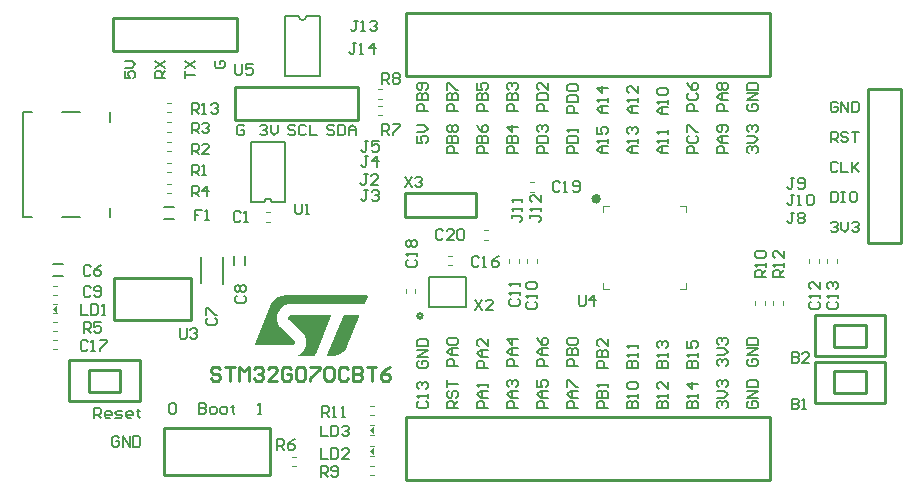
<source format=gto>
G04 Layer_Color=65535*
%FSLAX44Y44*%
%MOMM*%
G71*
G01*
G75*
%ADD28C,0.4000*%
%ADD29C,0.2540*%
%ADD32C,0.2000*%
%ADD52C,0.1000*%
%ADD53C,0.1500*%
%ADD54C,0.2200*%
G36*
X286023Y-241729D02*
X286164Y-241870D01*
X286305Y-242294D01*
Y-242435D01*
Y-242576D01*
X283906Y-248220D01*
X283765Y-248361D01*
X283624Y-248643D01*
X283342Y-248784D01*
X219566D01*
X219002Y-248925D01*
X217449Y-249207D01*
X215898Y-249772D01*
X215756D01*
X215615Y-249913D01*
X214769Y-250477D01*
X213640Y-251324D01*
X212511Y-252453D01*
X212229Y-252735D01*
X211665Y-253440D01*
X210959Y-254710D01*
X210254Y-256121D01*
Y-256262D01*
X210112Y-256545D01*
X209971Y-256968D01*
X209830Y-257391D01*
X209548Y-258802D01*
X209407Y-260495D01*
Y-260636D01*
Y-260777D01*
Y-261201D01*
X209548Y-261765D01*
X209689Y-263035D01*
X209971Y-264587D01*
Y-264728D01*
X210112Y-264869D01*
X210395Y-265857D01*
X211100Y-266986D01*
X212088Y-268114D01*
X224222Y-279543D01*
X224363Y-279685D01*
X224646Y-279967D01*
X224787Y-280531D01*
X224928Y-281095D01*
Y-281236D01*
X224787Y-281660D01*
X224646Y-282224D01*
X224222Y-282647D01*
X224081Y-282789D01*
X223799Y-282930D01*
X223376Y-283071D01*
X222670Y-283212D01*
X190923D01*
X190641Y-282930D01*
Y-282789D01*
X190500Y-282365D01*
Y-282224D01*
X204186Y-248925D01*
Y-248784D01*
X204328Y-248643D01*
X204751Y-247938D01*
X205315Y-247091D01*
X206021Y-246103D01*
X206303Y-245821D01*
X206867Y-245257D01*
X207714Y-244551D01*
X208843Y-243705D01*
X208984D01*
X209125Y-243564D01*
X209830Y-242999D01*
X210818Y-242576D01*
X212088Y-242012D01*
X212229D01*
X212370Y-241870D01*
X213217Y-241729D01*
X214345Y-241588D01*
X215615Y-241447D01*
X285741D01*
X286023Y-241729D01*
D02*
G37*
G36*
X279109Y-258661D02*
X279250Y-258802D01*
Y-259084D01*
Y-259225D01*
Y-259366D01*
X268809Y-284482D01*
Y-284623D01*
X268527Y-285046D01*
X268103Y-285752D01*
X267680Y-286457D01*
X266975Y-287445D01*
X266128Y-288433D01*
X265140Y-289420D01*
X264011Y-290267D01*
X263870Y-290408D01*
X263447Y-290549D01*
X262742Y-290972D01*
X261895Y-291395D01*
X260766Y-291819D01*
X259638Y-292101D01*
X258227Y-292383D01*
X256816Y-292524D01*
X252300D01*
X252159Y-292383D01*
X251877Y-292242D01*
X251736Y-291819D01*
Y-291678D01*
Y-291537D01*
X264999Y-259649D01*
Y-259508D01*
X265140Y-259366D01*
X265564Y-258802D01*
X265705Y-258661D01*
X265846Y-258520D01*
X266128Y-258379D01*
X278827D01*
X279109Y-258661D01*
D02*
G37*
G36*
X255122D02*
X255264Y-258802D01*
X255405Y-259084D01*
X255264Y-259225D01*
X242141Y-291254D01*
X242000Y-291395D01*
X241718Y-291819D01*
X241154Y-292383D01*
X240307Y-292524D01*
X227326D01*
X227185Y-292383D01*
X227326Y-292242D01*
X227467Y-292101D01*
X227891Y-291960D01*
X228455Y-291537D01*
X229161Y-291113D01*
X229866Y-290408D01*
X230854Y-289561D01*
X231559Y-288715D01*
X232406Y-287586D01*
X232547Y-287445D01*
X232688Y-287022D01*
X232970Y-286457D01*
X233393Y-285611D01*
X233817Y-284623D01*
X234099Y-283494D01*
X234240Y-282224D01*
X234381Y-280954D01*
Y-280813D01*
Y-280531D01*
Y-280108D01*
X234240Y-279543D01*
X234099Y-278274D01*
X233535Y-276580D01*
Y-276439D01*
X233393Y-276157D01*
X233252Y-275734D01*
X232970Y-275310D01*
X232124Y-274041D01*
X230995Y-272771D01*
X219425Y-262047D01*
X219284Y-261906D01*
X219143Y-261624D01*
X219002Y-261201D01*
X218860Y-260495D01*
Y-260354D01*
X219002Y-260072D01*
X219143Y-259649D01*
X219425Y-259084D01*
X219566Y-258943D01*
X219848Y-258661D01*
X220271Y-258520D01*
X220836Y-258379D01*
X254840D01*
X255122Y-258661D01*
D02*
G37*
G36*
X22606Y-255270D02*
X20066Y-252730D01*
X22606Y-250190D01*
Y-255270D01*
D02*
G37*
G36*
X290576Y-358140D02*
X288036Y-355600D01*
X290576Y-353060D01*
Y-358140D01*
D02*
G37*
G36*
Y-375920D02*
X288036Y-373380D01*
X290576Y-370840D01*
Y-375920D01*
D02*
G37*
D28*
X481700Y-159660D02*
G03*
X481700Y-159660I-2000J0D01*
G01*
D29*
X332454Y-258826D02*
G03*
X332454Y-258826I-2000J0D01*
G01*
X173960Y-64740D02*
X278160D01*
Y-92740D02*
Y-64740D01*
X173960Y-92740D02*
X278160D01*
X173960D02*
Y-64740D01*
X203454Y-393822D02*
Y-353822D01*
X113454Y-393822D02*
X203454D01*
X113454D02*
Y-353822D01*
X203454D01*
X681482Y-324360D02*
X708152D01*
Y-305562D01*
X681482D02*
X708152D01*
X681482Y-324104D02*
Y-305562D01*
X664690Y-332460D02*
Y-297460D01*
X724690Y-332460D02*
Y-297460D01*
X664690Y-332460D02*
X724690D01*
X664690Y-297460D02*
X724408D01*
X681482Y-284990D02*
X708152D01*
Y-266192D01*
X681482D02*
X708152D01*
X681482Y-284734D02*
Y-266192D01*
X664690Y-293090D02*
Y-258090D01*
X724690Y-293090D02*
Y-258090D01*
X664690Y-293090D02*
X724690D01*
X664690Y-258090D02*
X724408D01*
X709900Y-196880D02*
X737900D01*
Y-66880D01*
X709900D02*
X737900D01*
X709900Y-196880D02*
Y-66880D01*
X626540Y-30510D02*
Y-2716D01*
X626334Y-2510D02*
X626540Y-2716D01*
X318740Y-2510D02*
X626334D01*
X318740Y-30510D02*
Y-2510D01*
Y-55910D02*
X626540D01*
X318740D02*
Y-27910D01*
X626540Y-55910D02*
Y-27910D01*
Y-372140D02*
Y-344346D01*
X626334Y-344140D02*
X626540Y-344346D01*
X318740Y-344140D02*
X626334D01*
X318740Y-372140D02*
Y-344140D01*
Y-397540D02*
X626540D01*
X318740D02*
Y-369540D01*
X626540Y-397540D02*
Y-369540D01*
X50292Y-323090D02*
X76962D01*
Y-304292D01*
X50292D02*
X76962D01*
X50292Y-322834D02*
Y-304292D01*
X33500Y-331190D02*
Y-296190D01*
X93500Y-331190D02*
Y-296190D01*
X33500Y-331190D02*
X93500D01*
X33500Y-296190D02*
X93218D01*
X71090Y-34320D02*
Y-6320D01*
Y-34320D02*
X175290D01*
Y-6320D01*
X71090D02*
X175290D01*
X71140Y-262560D02*
X137140D01*
X71140D02*
Y-226492D01*
X137140D01*
Y-262560D02*
Y-226492D01*
X317980Y-175100D02*
Y-155100D01*
Y-175100D02*
X377980D01*
Y-155100D01*
X317980D02*
X377980D01*
D32*
X205105Y-162560D02*
G03*
X198755Y-162560I-3175J0D01*
G01*
X227965Y-5080D02*
G03*
X234315Y-5080I3175J0D01*
G01*
X-5350Y-86090D02*
X2150D01*
X-5350Y-175490D02*
X2150D01*
X-5350D02*
Y-86090D01*
X68150Y-94489D02*
Y-86489D01*
Y-175490D02*
Y-167490D01*
X27672Y-86106D02*
X42672D01*
X27672Y-175474D02*
X42672D01*
X369820Y-251060D02*
Y-226060D01*
X337820Y-251060D02*
X369820D01*
X337820D02*
Y-226060D01*
X369820D01*
X216662Y-162560D02*
Y-111760D01*
X187198D02*
X216662D01*
X187198Y-162560D02*
Y-111760D01*
Y-162560D02*
X198755D01*
X205105D02*
X216662D01*
X216408Y-55880D02*
Y-5080D01*
Y-55880D02*
X245872D01*
Y-5080D01*
X234315D02*
X245872D01*
X216408D02*
X227965D01*
X181988Y-98452D02*
X180488Y-96953D01*
X177489D01*
X175990Y-98452D01*
Y-104451D01*
X177489Y-105950D01*
X180488D01*
X181988Y-104451D01*
Y-101452D01*
X178989D01*
X195040Y-98452D02*
X196539Y-96953D01*
X199538D01*
X201038Y-98452D01*
Y-99952D01*
X199538Y-101452D01*
X198039D01*
X199538D01*
X201038Y-102951D01*
Y-104451D01*
X199538Y-105950D01*
X196539D01*
X195040Y-104451D01*
X204037Y-96953D02*
Y-102951D01*
X207036Y-105950D01*
X210035Y-102951D01*
Y-96953D01*
X225168Y-98452D02*
X223668Y-96953D01*
X220669D01*
X219170Y-98452D01*
Y-99952D01*
X220669Y-101452D01*
X223668D01*
X225168Y-102951D01*
Y-104451D01*
X223668Y-105950D01*
X220669D01*
X219170Y-104451D01*
X234165Y-98452D02*
X232666Y-96953D01*
X229667D01*
X228167Y-98452D01*
Y-104451D01*
X229667Y-105950D01*
X232666D01*
X234165Y-104451D01*
X237164Y-96953D02*
Y-105950D01*
X243162D01*
X258188Y-98452D02*
X256688Y-96953D01*
X253689D01*
X252190Y-98452D01*
Y-99952D01*
X253689Y-101452D01*
X256688D01*
X258188Y-102951D01*
Y-104451D01*
X256688Y-105950D01*
X253689D01*
X252190Y-104451D01*
X261187Y-96953D02*
Y-105950D01*
X265686D01*
X267185Y-104451D01*
Y-98452D01*
X265686Y-96953D01*
X261187D01*
X270184Y-105950D02*
Y-99952D01*
X273183Y-96953D01*
X276182Y-99952D01*
Y-105950D01*
Y-101452D01*
X270184D01*
X328093Y-106195D02*
Y-112193D01*
X332592D01*
X331092Y-109194D01*
Y-107694D01*
X332592Y-106195D01*
X335591D01*
X337090Y-107694D01*
Y-110693D01*
X335591Y-112193D01*
X328093Y-103196D02*
X334091D01*
X337090Y-100197D01*
X334091Y-97198D01*
X328093D01*
X337090Y-85202D02*
X328093D01*
Y-80703D01*
X329592Y-79204D01*
X332592D01*
X334091Y-80703D01*
Y-85202D01*
X328093Y-76205D02*
X337090D01*
Y-71706D01*
X335591Y-70206D01*
X334091D01*
X332592Y-71706D01*
Y-76205D01*
Y-71706D01*
X331092Y-70206D01*
X329592D01*
X328093Y-71706D01*
Y-76205D01*
X335591Y-67207D02*
X337090Y-65708D01*
Y-62709D01*
X335591Y-61209D01*
X329592D01*
X328093Y-62709D01*
Y-65708D01*
X329592Y-67207D01*
X331092D01*
X332592Y-65708D01*
Y-61209D01*
X387890Y-121190D02*
X378893D01*
Y-116692D01*
X380392Y-115192D01*
X383391D01*
X384891Y-116692D01*
Y-121190D01*
X378893Y-112193D02*
X387890D01*
Y-107694D01*
X386390Y-106195D01*
X384891D01*
X383391Y-107694D01*
Y-112193D01*
Y-107694D01*
X381892Y-106195D01*
X380392D01*
X378893Y-107694D01*
Y-112193D01*
Y-97198D02*
X380392Y-100197D01*
X383391Y-103196D01*
X386390D01*
X387890Y-101696D01*
Y-98697D01*
X386390Y-97198D01*
X384891D01*
X383391Y-98697D01*
Y-103196D01*
X387890Y-85202D02*
X378893D01*
Y-80703D01*
X380392Y-79204D01*
X383391D01*
X384891Y-80703D01*
Y-85202D01*
X378893Y-76205D02*
X387890D01*
Y-71706D01*
X386390Y-70206D01*
X384891D01*
X383391Y-71706D01*
Y-76205D01*
Y-71706D01*
X381892Y-70206D01*
X380392D01*
X378893Y-71706D01*
Y-76205D01*
Y-61209D02*
Y-67207D01*
X383391D01*
X381892Y-64208D01*
Y-62709D01*
X383391Y-61209D01*
X386390D01*
X387890Y-62709D01*
Y-65708D01*
X386390Y-67207D01*
X413290Y-121190D02*
X404293D01*
Y-116692D01*
X405792Y-115192D01*
X408792D01*
X410291Y-116692D01*
Y-121190D01*
X404293Y-112193D02*
X413290D01*
Y-107694D01*
X411791Y-106195D01*
X410291D01*
X408792Y-107694D01*
Y-112193D01*
Y-107694D01*
X407292Y-106195D01*
X405792D01*
X404293Y-107694D01*
Y-112193D01*
X413290Y-98697D02*
X404293D01*
X408792Y-103196D01*
Y-97198D01*
X413290Y-85202D02*
X404293D01*
Y-80703D01*
X405792Y-79204D01*
X408792D01*
X410291Y-80703D01*
Y-85202D01*
X404293Y-76205D02*
X413290D01*
Y-71706D01*
X411791Y-70206D01*
X410291D01*
X408792Y-71706D01*
Y-76205D01*
Y-71706D01*
X407292Y-70206D01*
X405792D01*
X404293Y-71706D01*
Y-76205D01*
X405792Y-67207D02*
X404293Y-65708D01*
Y-62709D01*
X405792Y-61209D01*
X407292D01*
X408792Y-62709D01*
Y-64208D01*
Y-62709D01*
X410291Y-61209D01*
X411791D01*
X413290Y-62709D01*
Y-65708D01*
X411791Y-67207D01*
X438690Y-121190D02*
X429693D01*
Y-116692D01*
X431192Y-115192D01*
X434192D01*
X435691Y-116692D01*
Y-121190D01*
X429693Y-112193D02*
X438690D01*
Y-107694D01*
X437191Y-106195D01*
X431192D01*
X429693Y-107694D01*
Y-112193D01*
X431192Y-103196D02*
X429693Y-101696D01*
Y-98697D01*
X431192Y-97198D01*
X432692D01*
X434192Y-98697D01*
Y-100197D01*
Y-98697D01*
X435691Y-97198D01*
X437191D01*
X438690Y-98697D01*
Y-101696D01*
X437191Y-103196D01*
X438690Y-85202D02*
X429693D01*
Y-80703D01*
X431192Y-79204D01*
X434192D01*
X435691Y-80703D01*
Y-85202D01*
X429693Y-76205D02*
X438690D01*
Y-71706D01*
X437191Y-70206D01*
X431192D01*
X429693Y-71706D01*
Y-76205D01*
X438690Y-61209D02*
Y-67207D01*
X432692Y-61209D01*
X431192D01*
X429693Y-62709D01*
Y-65708D01*
X431192Y-67207D01*
X464090Y-121190D02*
X455093D01*
Y-116692D01*
X456592Y-115192D01*
X459591D01*
X461091Y-116692D01*
Y-121190D01*
X455093Y-112193D02*
X464090D01*
Y-107694D01*
X462590Y-106195D01*
X456592D01*
X455093Y-107694D01*
Y-112193D01*
X464090Y-103196D02*
Y-100197D01*
Y-101696D01*
X455093D01*
X456592Y-103196D01*
X464090Y-86701D02*
X455093D01*
Y-82203D01*
X456592Y-80703D01*
X459591D01*
X461091Y-82203D01*
Y-86701D01*
X455093Y-77704D02*
X464090D01*
Y-73205D01*
X462590Y-71706D01*
X456592D01*
X455093Y-73205D01*
Y-77704D01*
X456592Y-68707D02*
X455093Y-67207D01*
Y-64208D01*
X456592Y-62709D01*
X462590D01*
X464090Y-64208D01*
Y-67207D01*
X462590Y-68707D01*
X456592D01*
X489490Y-121190D02*
X483492D01*
X480493Y-118191D01*
X483492Y-115192D01*
X489490D01*
X484991D01*
Y-121190D01*
X489490Y-112193D02*
Y-109194D01*
Y-110693D01*
X480493D01*
X481992Y-112193D01*
X480493Y-98697D02*
Y-104695D01*
X484991D01*
X483492Y-101696D01*
Y-100197D01*
X484991Y-98697D01*
X487990D01*
X489490Y-100197D01*
Y-103196D01*
X487990Y-104695D01*
X489490Y-86701D02*
X483492D01*
X480493Y-83702D01*
X483492Y-80703D01*
X489490D01*
X484991D01*
Y-86701D01*
X489490Y-77704D02*
Y-74705D01*
Y-76205D01*
X480493D01*
X481992Y-77704D01*
X489490Y-65708D02*
X480493D01*
X484991Y-70206D01*
Y-64208D01*
X514890Y-121190D02*
X508892D01*
X505893Y-118191D01*
X508892Y-115192D01*
X514890D01*
X510392D01*
Y-121190D01*
X514890Y-112193D02*
Y-109194D01*
Y-110693D01*
X505893D01*
X507392Y-112193D01*
Y-104695D02*
X505893Y-103196D01*
Y-100197D01*
X507392Y-98697D01*
X508892D01*
X510392Y-100197D01*
Y-101696D01*
Y-100197D01*
X511891Y-98697D01*
X513391D01*
X514890Y-100197D01*
Y-103196D01*
X513391Y-104695D01*
X514890Y-86701D02*
X508892D01*
X505893Y-83702D01*
X508892Y-80703D01*
X514890D01*
X510392D01*
Y-86701D01*
X514890Y-77704D02*
Y-74705D01*
Y-76205D01*
X505893D01*
X507392Y-77704D01*
X514890Y-64208D02*
Y-70206D01*
X508892Y-64208D01*
X507392D01*
X505893Y-65708D01*
Y-68707D01*
X507392Y-70206D01*
X540290Y-121190D02*
X534292D01*
X531293Y-118191D01*
X534292Y-115192D01*
X540290D01*
X535792D01*
Y-121190D01*
X540290Y-112193D02*
Y-109194D01*
Y-110693D01*
X531293D01*
X532792Y-112193D01*
X540290Y-104695D02*
Y-101696D01*
Y-103196D01*
X531293D01*
X532792Y-104695D01*
X540290Y-88201D02*
X534292D01*
X531293Y-85202D01*
X534292Y-82203D01*
X540290D01*
X535792D01*
Y-88201D01*
X540290Y-79204D02*
Y-76205D01*
Y-77704D01*
X531293D01*
X532792Y-79204D01*
Y-71706D02*
X531293Y-70206D01*
Y-67207D01*
X532792Y-65708D01*
X538791D01*
X540290Y-67207D01*
Y-70206D01*
X538791Y-71706D01*
X532792D01*
X565690Y-121190D02*
X556693D01*
Y-116692D01*
X558192Y-115192D01*
X561191D01*
X562691Y-116692D01*
Y-121190D01*
X558192Y-106195D02*
X556693Y-107694D01*
Y-110693D01*
X558192Y-112193D01*
X564190D01*
X565690Y-110693D01*
Y-107694D01*
X564190Y-106195D01*
X556693Y-103196D02*
Y-97198D01*
X558192D01*
X564190Y-103196D01*
X565690D01*
Y-85202D02*
X556693D01*
Y-80703D01*
X558192Y-79204D01*
X561191D01*
X562691Y-80703D01*
Y-85202D01*
X558192Y-70206D02*
X556693Y-71706D01*
Y-74705D01*
X558192Y-76205D01*
X564190D01*
X565690Y-74705D01*
Y-71706D01*
X564190Y-70206D01*
X556693Y-61209D02*
X558192Y-64208D01*
X561191Y-67207D01*
X564190D01*
X565690Y-65708D01*
Y-62709D01*
X564190Y-61209D01*
X562691D01*
X561191Y-62709D01*
Y-67207D01*
X591090Y-121190D02*
X582093D01*
Y-116692D01*
X583592Y-115192D01*
X586591D01*
X588091Y-116692D01*
Y-121190D01*
X591090Y-112193D02*
X585092D01*
X582093Y-109194D01*
X585092Y-106195D01*
X591090D01*
X586591D01*
Y-112193D01*
X589590Y-103196D02*
X591090Y-101696D01*
Y-98697D01*
X589590Y-97198D01*
X583592D01*
X582093Y-98697D01*
Y-101696D01*
X583592Y-103196D01*
X585092D01*
X586591Y-101696D01*
Y-97198D01*
X591090Y-85202D02*
X582093D01*
Y-80703D01*
X583592Y-79204D01*
X586591D01*
X588091Y-80703D01*
Y-85202D01*
X591090Y-76205D02*
X585092D01*
X582093Y-73205D01*
X585092Y-70206D01*
X591090D01*
X586591D01*
Y-76205D01*
X583592Y-67207D02*
X582093Y-65708D01*
Y-62709D01*
X583592Y-61209D01*
X585092D01*
X586591Y-62709D01*
X588091Y-61209D01*
X589590D01*
X591090Y-62709D01*
Y-65708D01*
X589590Y-67207D01*
X588091D01*
X586591Y-65708D01*
X585092Y-67207D01*
X583592D01*
X586591Y-65708D02*
Y-62709D01*
X608992Y-121190D02*
X607493Y-119691D01*
Y-116692D01*
X608992Y-115192D01*
X610492D01*
X611992Y-116692D01*
Y-118191D01*
Y-116692D01*
X613491Y-115192D01*
X614991D01*
X616490Y-116692D01*
Y-119691D01*
X614991Y-121190D01*
X607493Y-112193D02*
X613491D01*
X616490Y-109194D01*
X613491Y-106195D01*
X607493D01*
X608992Y-103196D02*
X607493Y-101696D01*
Y-98697D01*
X608992Y-97198D01*
X610492D01*
X611992Y-98697D01*
Y-100197D01*
Y-98697D01*
X613491Y-97198D01*
X614991D01*
X616490Y-98697D01*
Y-101696D01*
X614991Y-103196D01*
X608992Y-79204D02*
X607493Y-80703D01*
Y-83702D01*
X608992Y-85202D01*
X614991D01*
X616490Y-83702D01*
Y-80703D01*
X614991Y-79204D01*
X611992D01*
Y-82203D01*
X616490Y-76205D02*
X607493D01*
X616490Y-70206D01*
X607493D01*
Y-67207D02*
X616490D01*
Y-62709D01*
X614991Y-61209D01*
X608992D01*
X607493Y-62709D01*
Y-67207D01*
X608992Y-331092D02*
X607493Y-332592D01*
Y-335591D01*
X608992Y-337090D01*
X614991D01*
X616490Y-335591D01*
Y-332592D01*
X614991Y-331092D01*
X611992D01*
Y-334091D01*
X616490Y-328093D02*
X607493D01*
X616490Y-322095D01*
X607493D01*
Y-319096D02*
X616490D01*
Y-314597D01*
X614991Y-313098D01*
X608992D01*
X607493Y-314597D01*
Y-319096D01*
X608992Y-295104D02*
X607493Y-296603D01*
Y-299602D01*
X608992Y-301102D01*
X614991D01*
X616490Y-299602D01*
Y-296603D01*
X614991Y-295104D01*
X611992D01*
Y-298103D01*
X616490Y-292105D02*
X607493D01*
X616490Y-286106D01*
X607493D01*
Y-283107D02*
X616490D01*
Y-278609D01*
X614991Y-277109D01*
X608992D01*
X607493Y-278609D01*
Y-283107D01*
X583592Y-337090D02*
X582093Y-335591D01*
Y-332592D01*
X583592Y-331092D01*
X585092D01*
X586591Y-332592D01*
Y-334091D01*
Y-332592D01*
X588091Y-331092D01*
X589590D01*
X591090Y-332592D01*
Y-335591D01*
X589590Y-337090D01*
X582093Y-328093D02*
X588091D01*
X591090Y-325094D01*
X588091Y-322095D01*
X582093D01*
X583592Y-319096D02*
X582093Y-317596D01*
Y-314597D01*
X583592Y-313098D01*
X585092D01*
X586591Y-314597D01*
Y-316097D01*
Y-314597D01*
X588091Y-313098D01*
X589590D01*
X591090Y-314597D01*
Y-317596D01*
X589590Y-319096D01*
X583592Y-301102D02*
X582093Y-299602D01*
Y-296603D01*
X583592Y-295104D01*
X585092D01*
X586591Y-296603D01*
Y-298103D01*
Y-296603D01*
X588091Y-295104D01*
X589590D01*
X591090Y-296603D01*
Y-299602D01*
X589590Y-301102D01*
X582093Y-292105D02*
X588091D01*
X591090Y-289105D01*
X588091Y-286106D01*
X582093D01*
X583592Y-283107D02*
X582093Y-281608D01*
Y-278609D01*
X583592Y-277109D01*
X585092D01*
X586591Y-278609D01*
Y-280109D01*
Y-278609D01*
X588091Y-277109D01*
X589590D01*
X591090Y-278609D01*
Y-281608D01*
X589590Y-283107D01*
X556693Y-337090D02*
X565690D01*
Y-332592D01*
X564190Y-331092D01*
X562691D01*
X561191Y-332592D01*
Y-337090D01*
Y-332592D01*
X559692Y-331092D01*
X558192D01*
X556693Y-332592D01*
Y-337090D01*
X565690Y-328093D02*
Y-325094D01*
Y-326593D01*
X556693D01*
X558192Y-328093D01*
X565690Y-316097D02*
X556693D01*
X561191Y-320595D01*
Y-314597D01*
X556693Y-302601D02*
X565690D01*
Y-298103D01*
X564190Y-296603D01*
X562691D01*
X561191Y-298103D01*
Y-302601D01*
Y-298103D01*
X559692Y-296603D01*
X558192D01*
X556693Y-298103D01*
Y-302601D01*
X565690Y-293604D02*
Y-290605D01*
Y-292105D01*
X556693D01*
X558192Y-293604D01*
X556693Y-280109D02*
Y-286106D01*
X561191D01*
X559692Y-283107D01*
Y-281608D01*
X561191Y-280109D01*
X564190D01*
X565690Y-281608D01*
Y-284607D01*
X564190Y-286106D01*
X531293Y-337090D02*
X540290D01*
Y-332592D01*
X538791Y-331092D01*
X537291D01*
X535792Y-332592D01*
Y-337090D01*
Y-332592D01*
X534292Y-331092D01*
X532792D01*
X531293Y-332592D01*
Y-337090D01*
X540290Y-328093D02*
Y-325094D01*
Y-326593D01*
X531293D01*
X532792Y-328093D01*
X540290Y-314597D02*
Y-320595D01*
X534292Y-314597D01*
X532792D01*
X531293Y-316097D01*
Y-319096D01*
X532792Y-320595D01*
X531293Y-302601D02*
X540290D01*
Y-298103D01*
X538791Y-296603D01*
X537291D01*
X535792Y-298103D01*
Y-302601D01*
Y-298103D01*
X534292Y-296603D01*
X532792D01*
X531293Y-298103D01*
Y-302601D01*
X540290Y-293604D02*
Y-290605D01*
Y-292105D01*
X531293D01*
X532792Y-293604D01*
Y-286106D02*
X531293Y-284607D01*
Y-281608D01*
X532792Y-280109D01*
X534292D01*
X535792Y-281608D01*
Y-283107D01*
Y-281608D01*
X537291Y-280109D01*
X538791D01*
X540290Y-281608D01*
Y-284607D01*
X538791Y-286106D01*
X505893Y-337090D02*
X514890D01*
Y-332592D01*
X513391Y-331092D01*
X511891D01*
X510392Y-332592D01*
Y-337090D01*
Y-332592D01*
X508892Y-331092D01*
X507392D01*
X505893Y-332592D01*
Y-337090D01*
X514890Y-328093D02*
Y-325094D01*
Y-326593D01*
X505893D01*
X507392Y-328093D01*
Y-320595D02*
X505893Y-319096D01*
Y-316097D01*
X507392Y-314597D01*
X513391D01*
X514890Y-316097D01*
Y-319096D01*
X513391Y-320595D01*
X507392D01*
X505893Y-302601D02*
X514890D01*
Y-298103D01*
X513391Y-296603D01*
X511891D01*
X510392Y-298103D01*
Y-302601D01*
Y-298103D01*
X508892Y-296603D01*
X507392D01*
X505893Y-298103D01*
Y-302601D01*
X514890Y-293604D02*
Y-290605D01*
Y-292105D01*
X505893D01*
X507392Y-293604D01*
X514890Y-286106D02*
Y-283107D01*
Y-284607D01*
X505893D01*
X507392Y-286106D01*
X489490Y-337090D02*
X480493D01*
Y-332592D01*
X481992Y-331092D01*
X484991D01*
X486491Y-332592D01*
Y-337090D01*
X480493Y-328093D02*
X489490D01*
Y-323594D01*
X487990Y-322095D01*
X486491D01*
X484991Y-323594D01*
Y-328093D01*
Y-323594D01*
X483492Y-322095D01*
X481992D01*
X480493Y-323594D01*
Y-328093D01*
X489490Y-319096D02*
Y-316097D01*
Y-317596D01*
X480493D01*
X481992Y-319096D01*
X489490Y-302601D02*
X480493D01*
Y-298103D01*
X481992Y-296603D01*
X484991D01*
X486491Y-298103D01*
Y-302601D01*
X480493Y-293604D02*
X489490D01*
Y-289105D01*
X487990Y-287606D01*
X486491D01*
X484991Y-289105D01*
Y-293604D01*
Y-289105D01*
X483492Y-287606D01*
X481992D01*
X480493Y-289105D01*
Y-293604D01*
X489490Y-278609D02*
Y-284607D01*
X483492Y-278609D01*
X481992D01*
X480493Y-280109D01*
Y-283107D01*
X481992Y-284607D01*
X464090Y-337090D02*
X455093D01*
Y-332592D01*
X456592Y-331092D01*
X459591D01*
X461091Y-332592D01*
Y-337090D01*
X464090Y-328093D02*
X458092D01*
X455093Y-325094D01*
X458092Y-322095D01*
X464090D01*
X459591D01*
Y-328093D01*
X455093Y-319096D02*
Y-313098D01*
X456592D01*
X462590Y-319096D01*
X464090D01*
Y-301102D02*
X455093D01*
Y-296603D01*
X456592Y-295104D01*
X459591D01*
X461091Y-296603D01*
Y-301102D01*
X455093Y-292105D02*
X464090D01*
Y-287606D01*
X462590Y-286106D01*
X461091D01*
X459591Y-287606D01*
Y-292105D01*
Y-287606D01*
X458092Y-286106D01*
X456592D01*
X455093Y-287606D01*
Y-292105D01*
X456592Y-283107D02*
X455093Y-281608D01*
Y-278609D01*
X456592Y-277109D01*
X462590D01*
X464090Y-278609D01*
Y-281608D01*
X462590Y-283107D01*
X456592D01*
X438690Y-337090D02*
X429693D01*
Y-332592D01*
X431192Y-331092D01*
X434192D01*
X435691Y-332592D01*
Y-337090D01*
X438690Y-328093D02*
X432692D01*
X429693Y-325094D01*
X432692Y-322095D01*
X438690D01*
X434192D01*
Y-328093D01*
X429693Y-313098D02*
Y-319096D01*
X434192D01*
X432692Y-316097D01*
Y-314597D01*
X434192Y-313098D01*
X437191D01*
X438690Y-314597D01*
Y-317596D01*
X437191Y-319096D01*
X438690Y-301102D02*
X429693D01*
Y-296603D01*
X431192Y-295104D01*
X434192D01*
X435691Y-296603D01*
Y-301102D01*
X438690Y-292105D02*
X432692D01*
X429693Y-289105D01*
X432692Y-286106D01*
X438690D01*
X434192D01*
Y-292105D01*
X429693Y-277109D02*
X431192Y-280109D01*
X434192Y-283107D01*
X437191D01*
X438690Y-281608D01*
Y-278609D01*
X437191Y-277109D01*
X435691D01*
X434192Y-278609D01*
Y-283107D01*
X413290Y-337090D02*
X404293D01*
Y-332592D01*
X405792Y-331092D01*
X408792D01*
X410291Y-332592D01*
Y-337090D01*
X413290Y-328093D02*
X407292D01*
X404293Y-325094D01*
X407292Y-322095D01*
X413290D01*
X408792D01*
Y-328093D01*
X405792Y-319096D02*
X404293Y-317596D01*
Y-314597D01*
X405792Y-313098D01*
X407292D01*
X408792Y-314597D01*
Y-316097D01*
Y-314597D01*
X410291Y-313098D01*
X411791D01*
X413290Y-314597D01*
Y-317596D01*
X411791Y-319096D01*
X413290Y-301102D02*
X404293D01*
Y-296603D01*
X405792Y-295104D01*
X408792D01*
X410291Y-296603D01*
Y-301102D01*
X413290Y-292105D02*
X407292D01*
X404293Y-289105D01*
X407292Y-286106D01*
X413290D01*
X408792D01*
Y-292105D01*
X413290Y-278609D02*
X404293D01*
X408792Y-283107D01*
Y-277109D01*
X387890Y-337090D02*
X378893D01*
Y-332592D01*
X380392Y-331092D01*
X383391D01*
X384891Y-332592D01*
Y-337090D01*
X387890Y-328093D02*
X381892D01*
X378893Y-325094D01*
X381892Y-322095D01*
X387890D01*
X383391D01*
Y-328093D01*
X387890Y-319096D02*
Y-316097D01*
Y-317596D01*
X378893D01*
X380392Y-319096D01*
X387890Y-302601D02*
X378893D01*
Y-298103D01*
X380392Y-296603D01*
X383391D01*
X384891Y-298103D01*
Y-302601D01*
X387890Y-293604D02*
X381892D01*
X378893Y-290605D01*
X381892Y-287606D01*
X387890D01*
X383391D01*
Y-293604D01*
X387890Y-278609D02*
Y-284607D01*
X381892Y-278609D01*
X380392D01*
X378893Y-280109D01*
Y-283107D01*
X380392Y-284607D01*
X362490Y-337090D02*
X353493D01*
Y-332592D01*
X354992Y-331092D01*
X357991D01*
X359491Y-332592D01*
Y-337090D01*
Y-334091D02*
X362490Y-331092D01*
X354992Y-322095D02*
X353493Y-323594D01*
Y-326593D01*
X354992Y-328093D01*
X356492D01*
X357991Y-326593D01*
Y-323594D01*
X359491Y-322095D01*
X360990D01*
X362490Y-323594D01*
Y-326593D01*
X360990Y-328093D01*
X353493Y-319096D02*
Y-313098D01*
Y-316097D01*
X362490D01*
Y-301102D02*
X353493D01*
Y-296603D01*
X354992Y-295104D01*
X357991D01*
X359491Y-296603D01*
Y-301102D01*
X362490Y-292105D02*
X356492D01*
X353493Y-289105D01*
X356492Y-286106D01*
X362490D01*
X357991D01*
Y-292105D01*
X354992Y-283107D02*
X353493Y-281608D01*
Y-278609D01*
X354992Y-277109D01*
X360990D01*
X362490Y-278609D01*
Y-281608D01*
X360990Y-283107D01*
X354992D01*
X329592Y-331092D02*
X328093Y-332592D01*
Y-335591D01*
X329592Y-337090D01*
X335591D01*
X337090Y-335591D01*
Y-332592D01*
X335591Y-331092D01*
X337090Y-328093D02*
Y-325094D01*
Y-326593D01*
X328093D01*
X329592Y-328093D01*
Y-320595D02*
X328093Y-319096D01*
Y-316097D01*
X329592Y-314597D01*
X331092D01*
X332592Y-316097D01*
Y-317596D01*
Y-316097D01*
X334091Y-314597D01*
X335591D01*
X337090Y-316097D01*
Y-319096D01*
X335591Y-320595D01*
X329592Y-296603D02*
X328093Y-298103D01*
Y-301102D01*
X329592Y-302601D01*
X335591D01*
X337090Y-301102D01*
Y-298103D01*
X335591Y-296603D01*
X332592D01*
Y-299602D01*
X337090Y-293604D02*
X328093D01*
X337090Y-287606D01*
X328093D01*
Y-284607D02*
X337090D01*
Y-280109D01*
X335591Y-278609D01*
X329592D01*
X328093Y-280109D01*
Y-284607D01*
X80443Y-51692D02*
Y-57690D01*
X84942D01*
X83442Y-54691D01*
Y-53191D01*
X84942Y-51692D01*
X87941D01*
X89440Y-53191D01*
Y-56191D01*
X87941Y-57690D01*
X80443Y-48693D02*
X86441D01*
X89440Y-45694D01*
X86441Y-42695D01*
X80443D01*
X114840Y-57690D02*
X105843D01*
Y-53191D01*
X107342Y-51692D01*
X110342D01*
X111841Y-53191D01*
Y-57690D01*
Y-54691D02*
X114840Y-51692D01*
X105843Y-48693D02*
X114840Y-42695D01*
X105843D02*
X114840Y-48693D01*
X131243Y-57690D02*
Y-51692D01*
Y-54691D01*
X140240D01*
X131243Y-48693D02*
X140240Y-42695D01*
X131243D02*
X140240Y-48693D01*
X158142Y-42588D02*
X156643Y-44087D01*
Y-47086D01*
X158142Y-48586D01*
X164140D01*
X165640Y-47086D01*
Y-44087D01*
X164140Y-42588D01*
X161141D01*
Y-45587D01*
X362490Y-121190D02*
X353493D01*
Y-116692D01*
X354992Y-115192D01*
X357991D01*
X359491Y-116692D01*
Y-121190D01*
X353493Y-112193D02*
X362490D01*
Y-107694D01*
X360990Y-106195D01*
X359491D01*
X357991Y-107694D01*
Y-112193D01*
Y-107694D01*
X356492Y-106195D01*
X354992D01*
X353493Y-107694D01*
Y-112193D01*
X354992Y-103196D02*
X353493Y-101696D01*
Y-98697D01*
X354992Y-97198D01*
X356492D01*
X357991Y-98697D01*
X359491Y-97198D01*
X360990D01*
X362490Y-98697D01*
Y-101696D01*
X360990Y-103196D01*
X359491D01*
X357991Y-101696D01*
X356492Y-103196D01*
X354992D01*
X357991Y-101696D02*
Y-98697D01*
X362490Y-85202D02*
X353493D01*
Y-80703D01*
X354992Y-79204D01*
X357991D01*
X359491Y-80703D01*
Y-85202D01*
X353493Y-76205D02*
X362490D01*
Y-71706D01*
X360990Y-70206D01*
X359491D01*
X357991Y-71706D01*
Y-76205D01*
Y-71706D01*
X356492Y-70206D01*
X354992D01*
X353493Y-71706D01*
Y-76205D01*
Y-67207D02*
Y-61209D01*
X354992D01*
X360990Y-67207D01*
X362490D01*
X645160Y-328823D02*
Y-337820D01*
X649659D01*
X651158Y-336320D01*
Y-334821D01*
X649659Y-333321D01*
X645160D01*
X649659D01*
X651158Y-331822D01*
Y-330322D01*
X649659Y-328823D01*
X645160D01*
X654157Y-337820D02*
X657156D01*
X655657D01*
Y-328823D01*
X654157Y-330322D01*
X645160Y-289453D02*
Y-298450D01*
X649659D01*
X651158Y-296950D01*
Y-295451D01*
X649659Y-293951D01*
X645160D01*
X649659D01*
X651158Y-292452D01*
Y-290952D01*
X649659Y-289453D01*
X645160D01*
X660155Y-298450D02*
X654157D01*
X660155Y-292452D01*
Y-290952D01*
X658656Y-289453D01*
X655657D01*
X654157Y-290952D01*
X178718Y-171572D02*
X177218Y-170073D01*
X174219D01*
X172720Y-171572D01*
Y-177570D01*
X174219Y-179070D01*
X177218D01*
X178718Y-177570D01*
X181717Y-179070D02*
X184716D01*
X183217D01*
Y-170073D01*
X181717Y-171572D01*
X151252Y-260702D02*
X149753Y-262201D01*
Y-265201D01*
X151252Y-266700D01*
X157250D01*
X158750Y-265201D01*
Y-262201D01*
X157250Y-260702D01*
X149753Y-257703D02*
Y-251705D01*
X151252D01*
X157250Y-257703D01*
X158750D01*
X175382Y-241652D02*
X173883Y-243151D01*
Y-246150D01*
X175382Y-247650D01*
X181381D01*
X182880Y-246150D01*
Y-243151D01*
X181381Y-241652D01*
X175382Y-238653D02*
X173883Y-237153D01*
Y-234154D01*
X175382Y-232655D01*
X176882D01*
X178382Y-234154D01*
X179881Y-232655D01*
X181381D01*
X182880Y-234154D01*
Y-237153D01*
X181381Y-238653D01*
X179881D01*
X178382Y-237153D01*
X176882Y-238653D01*
X175382D01*
X178382Y-237153D02*
Y-234154D01*
X421762Y-246732D02*
X420263Y-248232D01*
Y-251231D01*
X421762Y-252730D01*
X427761D01*
X429260Y-251231D01*
Y-248232D01*
X427761Y-246732D01*
X429260Y-243733D02*
Y-240734D01*
Y-242233D01*
X420263D01*
X421762Y-243733D01*
Y-236235D02*
X420263Y-234736D01*
Y-231737D01*
X421762Y-230237D01*
X427761D01*
X429260Y-231737D01*
Y-234736D01*
X427761Y-236235D01*
X421762D01*
X407792Y-244192D02*
X406293Y-245692D01*
Y-248690D01*
X407792Y-250190D01*
X413791D01*
X415290Y-248690D01*
Y-245692D01*
X413791Y-244192D01*
X415290Y-241193D02*
Y-238194D01*
Y-239693D01*
X406293D01*
X407792Y-241193D01*
X415290Y-233695D02*
Y-230696D01*
Y-232196D01*
X406293D01*
X407792Y-233695D01*
X449228Y-146172D02*
X447729Y-144673D01*
X444729D01*
X443230Y-146172D01*
Y-152170D01*
X444729Y-153670D01*
X447729D01*
X449228Y-152170D01*
X452227Y-153670D02*
X455226D01*
X453727D01*
Y-144673D01*
X452227Y-146172D01*
X459725Y-152170D02*
X461224Y-153670D01*
X464223D01*
X465723Y-152170D01*
Y-146172D01*
X464223Y-144673D01*
X461224D01*
X459725Y-146172D01*
Y-147672D01*
X461224Y-149171D01*
X465723D01*
X350168Y-186812D02*
X348669Y-185313D01*
X345670D01*
X344170Y-186812D01*
Y-192810D01*
X345670Y-194310D01*
X348669D01*
X350168Y-192810D01*
X359165Y-194310D02*
X353167D01*
X359165Y-188312D01*
Y-186812D01*
X357666Y-185313D01*
X354667D01*
X353167Y-186812D01*
X362164D02*
X363664Y-185313D01*
X366663D01*
X368162Y-186812D01*
Y-192810D01*
X366663Y-194310D01*
X363664D01*
X362164Y-192810D01*
Y-186812D01*
X49178Y-280792D02*
X47678Y-279293D01*
X44679D01*
X43180Y-280792D01*
Y-286791D01*
X44679Y-288290D01*
X47678D01*
X49178Y-286791D01*
X52177Y-288290D02*
X55176D01*
X53677D01*
Y-279293D01*
X52177Y-280792D01*
X59675Y-279293D02*
X65673D01*
Y-280792D01*
X59675Y-286791D01*
Y-288290D01*
X145698Y-168803D02*
X139700D01*
Y-173302D01*
X142699D01*
X139700D01*
Y-177800D01*
X148697D02*
X151696D01*
X150197D01*
Y-168803D01*
X148697Y-170302D01*
X43180Y-248813D02*
Y-257810D01*
X49178D01*
X52177Y-248813D02*
Y-257810D01*
X56676D01*
X58175Y-256311D01*
Y-250312D01*
X56676Y-248813D01*
X52177D01*
X61174Y-257810D02*
X64173D01*
X62674D01*
Y-248813D01*
X61174Y-250312D01*
X246380Y-370733D02*
Y-379730D01*
X252378D01*
X255377Y-370733D02*
Y-379730D01*
X259876D01*
X261375Y-378231D01*
Y-372232D01*
X259876Y-370733D01*
X255377D01*
X270372Y-379730D02*
X264374D01*
X270372Y-373732D01*
Y-372232D01*
X268873Y-370733D01*
X265874D01*
X264374Y-372232D01*
X246380Y-351683D02*
Y-360680D01*
X252378D01*
X255377Y-351683D02*
Y-360680D01*
X259876D01*
X261375Y-359180D01*
Y-353182D01*
X259876Y-351683D01*
X255377D01*
X264374Y-353182D02*
X265874Y-351683D01*
X268873D01*
X270372Y-353182D01*
Y-354682D01*
X268873Y-356181D01*
X267373D01*
X268873D01*
X270372Y-357681D01*
Y-359180D01*
X268873Y-360680D01*
X265874D01*
X264374Y-359180D01*
X137160Y-139700D02*
Y-130703D01*
X141658D01*
X143158Y-132202D01*
Y-135202D01*
X141658Y-136701D01*
X137160D01*
X140159D02*
X143158Y-139700D01*
X146157D02*
X149156D01*
X147657D01*
Y-130703D01*
X146157Y-132202D01*
X137160Y-121920D02*
Y-112923D01*
X141658D01*
X143158Y-114422D01*
Y-117422D01*
X141658Y-118921D01*
X137160D01*
X140159D02*
X143158Y-121920D01*
X152155D02*
X146157D01*
X152155Y-115922D01*
Y-114422D01*
X150656Y-112923D01*
X147657D01*
X146157Y-114422D01*
X137160Y-104140D02*
Y-95143D01*
X141658D01*
X143158Y-96642D01*
Y-99642D01*
X141658Y-101141D01*
X137160D01*
X140159D02*
X143158Y-104140D01*
X146157Y-96642D02*
X147657Y-95143D01*
X150656D01*
X152155Y-96642D01*
Y-98142D01*
X150656Y-99642D01*
X149156D01*
X150656D01*
X152155Y-101141D01*
Y-102640D01*
X150656Y-104140D01*
X147657D01*
X146157Y-102640D01*
X137160Y-157480D02*
Y-148483D01*
X141658D01*
X143158Y-149982D01*
Y-152982D01*
X141658Y-154481D01*
X137160D01*
X140159D02*
X143158Y-157480D01*
X150656D02*
Y-148483D01*
X146157Y-152982D01*
X152155D01*
X45720Y-273050D02*
Y-264053D01*
X50219D01*
X51718Y-265552D01*
Y-268552D01*
X50219Y-270051D01*
X45720D01*
X48719D02*
X51718Y-273050D01*
X60715Y-264053D02*
X54717D01*
Y-268552D01*
X57716Y-267052D01*
X59216D01*
X60715Y-268552D01*
Y-271551D01*
X59216Y-273050D01*
X56217D01*
X54717Y-271551D01*
X209550Y-372110D02*
Y-363113D01*
X214049D01*
X215548Y-364612D01*
Y-367612D01*
X214049Y-369111D01*
X209550D01*
X212549D02*
X215548Y-372110D01*
X224545Y-363113D02*
X221546Y-364612D01*
X218547Y-367612D01*
Y-370611D01*
X220047Y-372110D01*
X223046D01*
X224545Y-370611D01*
Y-369111D01*
X223046Y-367612D01*
X218547D01*
X246380Y-394970D02*
Y-385973D01*
X250879D01*
X252378Y-387472D01*
Y-390471D01*
X250879Y-391971D01*
X246380D01*
X249379D02*
X252378Y-394970D01*
X255377Y-393470D02*
X256877Y-394970D01*
X259876D01*
X261375Y-393470D01*
Y-387472D01*
X259876Y-385973D01*
X256877D01*
X255377Y-387472D01*
Y-388972D01*
X256877Y-390471D01*
X261375D01*
X247650Y-344170D02*
Y-335173D01*
X252148D01*
X253648Y-336672D01*
Y-339672D01*
X252148Y-341171D01*
X247650D01*
X250649D02*
X253648Y-344170D01*
X256647D02*
X259646D01*
X258147D01*
Y-335173D01*
X256647Y-336672D01*
X264145Y-344170D02*
X267144D01*
X265644D01*
Y-335173D01*
X264145Y-336672D01*
X224790Y-163723D02*
Y-171220D01*
X226290Y-172720D01*
X229289D01*
X230788Y-171220D01*
Y-163723D01*
X233787Y-172720D02*
X236786D01*
X235287D01*
Y-163723D01*
X233787Y-165222D01*
X127000Y-269133D02*
Y-276630D01*
X128499Y-278130D01*
X131498D01*
X132998Y-276630D01*
Y-269133D01*
X135997Y-270632D02*
X137497Y-269133D01*
X140496D01*
X141995Y-270632D01*
Y-272132D01*
X140496Y-273631D01*
X138996D01*
X140496D01*
X141995Y-275131D01*
Y-276630D01*
X140496Y-278130D01*
X137497D01*
X135997Y-276630D01*
X377190Y-245003D02*
X383188Y-254000D01*
Y-245003D02*
X377190Y-254000D01*
X392185D02*
X386187D01*
X392185Y-248002D01*
Y-246502D01*
X390686Y-245003D01*
X387687D01*
X386187Y-246502D01*
X51718Y-217292D02*
X50219Y-215793D01*
X47220D01*
X45720Y-217292D01*
Y-223291D01*
X47220Y-224790D01*
X50219D01*
X51718Y-223291D01*
X60715Y-215793D02*
X57716Y-217292D01*
X54717Y-220292D01*
Y-223291D01*
X56217Y-224790D01*
X59216D01*
X60715Y-223291D01*
Y-221791D01*
X59216Y-220292D01*
X54717D01*
X464820Y-241193D02*
Y-248690D01*
X466320Y-250190D01*
X469319D01*
X470818Y-248690D01*
Y-241193D01*
X478316Y-250190D02*
Y-241193D01*
X473817Y-245692D01*
X479815D01*
X286160Y-138831D02*
X283161D01*
X284660D01*
Y-146329D01*
X283161Y-147829D01*
X281661D01*
X280161Y-146329D01*
X295157Y-147829D02*
X289159D01*
X295157Y-141830D01*
Y-140331D01*
X293657Y-138831D01*
X290658D01*
X289159Y-140331D01*
X286604Y-152293D02*
X283605D01*
X285105D01*
Y-159791D01*
X283605Y-161290D01*
X282106D01*
X280606Y-159791D01*
X289603Y-153793D02*
X291103Y-152293D01*
X294102D01*
X295601Y-153793D01*
Y-155292D01*
X294102Y-156792D01*
X292602D01*
X294102D01*
X295601Y-158291D01*
Y-159791D01*
X294102Y-161290D01*
X291103D01*
X289603Y-159791D01*
X286668Y-123337D02*
X283669D01*
X285168D01*
Y-130835D01*
X283669Y-132334D01*
X282169D01*
X280669Y-130835D01*
X294165Y-132334D02*
Y-123337D01*
X289667Y-127836D01*
X295665D01*
X286668Y-110637D02*
X283669D01*
X285168D01*
Y-118135D01*
X283669Y-119635D01*
X282169D01*
X280669Y-118135D01*
X295665Y-110637D02*
X289667D01*
Y-115136D01*
X292666Y-113636D01*
X294165D01*
X295665Y-115136D01*
Y-118135D01*
X294165Y-119635D01*
X291166D01*
X289667Y-118135D01*
X647348Y-171343D02*
X644349D01*
X645848D01*
Y-178841D01*
X644349Y-180340D01*
X642850D01*
X641350Y-178841D01*
X650347Y-172842D02*
X651847Y-171343D01*
X654846D01*
X656345Y-172842D01*
Y-174342D01*
X654846Y-175842D01*
X656345Y-177341D01*
Y-178841D01*
X654846Y-180340D01*
X651847D01*
X650347Y-178841D01*
Y-177341D01*
X651847Y-175842D01*
X650347Y-174342D01*
Y-172842D01*
X651847Y-175842D02*
X654846D01*
X647348Y-142133D02*
X644349D01*
X645848D01*
Y-149630D01*
X644349Y-151130D01*
X642850D01*
X641350Y-149630D01*
X650347D02*
X651847Y-151130D01*
X654846D01*
X656345Y-149630D01*
Y-143632D01*
X654846Y-142133D01*
X651847D01*
X650347Y-143632D01*
Y-145132D01*
X651847Y-146631D01*
X656345D01*
X647348Y-156103D02*
X644349D01*
X645848D01*
Y-163601D01*
X644349Y-165100D01*
X642850D01*
X641350Y-163601D01*
X650347Y-165100D02*
X653346D01*
X651847D01*
Y-156103D01*
X650347Y-157602D01*
X657845D02*
X659344Y-156103D01*
X662343D01*
X663843Y-157602D01*
Y-163601D01*
X662343Y-165100D01*
X659344D01*
X657845Y-163601D01*
Y-157602D01*
X408198Y-173072D02*
Y-176071D01*
Y-174571D01*
X415695D01*
X417195Y-176071D01*
Y-177570D01*
X415695Y-179070D01*
X417195Y-170073D02*
Y-167074D01*
Y-168573D01*
X408198D01*
X409697Y-170073D01*
X417195Y-162575D02*
Y-159576D01*
Y-161076D01*
X408198D01*
X409697Y-162575D01*
X424073Y-173072D02*
Y-176071D01*
Y-174571D01*
X431571D01*
X433070Y-176071D01*
Y-177570D01*
X431571Y-179070D01*
X433070Y-170073D02*
Y-167074D01*
Y-168573D01*
X424073D01*
X425572Y-170073D01*
X433070Y-156577D02*
Y-162575D01*
X427072Y-156577D01*
X425572D01*
X424073Y-158077D01*
Y-161076D01*
X425572Y-162575D01*
X277778Y-8783D02*
X274779D01*
X276278D01*
Y-16280D01*
X274779Y-17780D01*
X273279D01*
X271780Y-16280D01*
X280777Y-17780D02*
X283776D01*
X282277D01*
Y-8783D01*
X280777Y-10282D01*
X288275D02*
X289774Y-8783D01*
X292773D01*
X294273Y-10282D01*
Y-11782D01*
X292773Y-13282D01*
X291274D01*
X292773D01*
X294273Y-14781D01*
Y-16280D01*
X292773Y-17780D01*
X289774D01*
X288275Y-16280D01*
X276508Y-27833D02*
X273509D01*
X275009D01*
Y-35331D01*
X273509Y-36830D01*
X272010D01*
X270510Y-35331D01*
X279507Y-36830D02*
X282506D01*
X281007D01*
Y-27833D01*
X279507Y-29332D01*
X291503Y-36830D02*
Y-27833D01*
X287005Y-32332D01*
X293003D01*
X298450Y-105410D02*
Y-96413D01*
X302948D01*
X304448Y-97912D01*
Y-100912D01*
X302948Y-102411D01*
X298450D01*
X301449D02*
X304448Y-105410D01*
X307447Y-96413D02*
X313445D01*
Y-97912D01*
X307447Y-103911D01*
Y-105410D01*
X298450Y-62230D02*
Y-53233D01*
X302948D01*
X304448Y-54732D01*
Y-57731D01*
X302948Y-59231D01*
X298450D01*
X301449D02*
X304448Y-62230D01*
X307447Y-54732D02*
X308947Y-53233D01*
X311946D01*
X313445Y-54732D01*
Y-56232D01*
X311946Y-57731D01*
X313445Y-59231D01*
Y-60731D01*
X311946Y-62230D01*
X308947D01*
X307447Y-60731D01*
Y-59231D01*
X308947Y-57731D01*
X307447Y-56232D01*
Y-54732D01*
X308947Y-57731D02*
X311946D01*
X623570Y-226060D02*
X614573D01*
Y-221562D01*
X616072Y-220062D01*
X619072D01*
X620571Y-221562D01*
Y-226060D01*
Y-223061D02*
X623570Y-220062D01*
Y-217063D02*
Y-214064D01*
Y-215563D01*
X614573D01*
X616072Y-217063D01*
Y-209565D02*
X614573Y-208066D01*
Y-205067D01*
X616072Y-203567D01*
X622071D01*
X623570Y-205067D01*
Y-208066D01*
X622071Y-209565D01*
X616072D01*
X638810Y-226060D02*
X629813D01*
Y-221562D01*
X631312Y-220062D01*
X634311D01*
X635811Y-221562D01*
Y-226060D01*
Y-223061D02*
X638810Y-220062D01*
Y-217063D02*
Y-214064D01*
Y-215563D01*
X629813D01*
X631312Y-217063D01*
X638810Y-203567D02*
Y-209565D01*
X632812Y-203567D01*
X631312D01*
X629813Y-205067D01*
Y-208066D01*
X631312Y-209565D01*
X173934Y-45613D02*
Y-53110D01*
X175433Y-54610D01*
X178432D01*
X179932Y-53110D01*
Y-45613D01*
X188929D02*
X182931D01*
Y-50111D01*
X185930Y-48612D01*
X187429D01*
X188929Y-50111D01*
Y-53110D01*
X187429Y-54610D01*
X184430D01*
X182931Y-53110D01*
X661792Y-246732D02*
X660293Y-248232D01*
Y-251231D01*
X661792Y-252730D01*
X667791D01*
X669290Y-251231D01*
Y-248232D01*
X667791Y-246732D01*
X669290Y-243733D02*
Y-240734D01*
Y-242233D01*
X660293D01*
X661792Y-243733D01*
X669290Y-230237D02*
Y-236235D01*
X663292Y-230237D01*
X661792D01*
X660293Y-231737D01*
Y-234736D01*
X661792Y-236235D01*
X677032Y-246732D02*
X675533Y-248232D01*
Y-251231D01*
X677032Y-252730D01*
X683030D01*
X684530Y-251231D01*
Y-248232D01*
X683030Y-246732D01*
X684530Y-243733D02*
Y-240734D01*
Y-242233D01*
X675533D01*
X677032Y-243733D01*
Y-236235D02*
X675533Y-234736D01*
Y-231737D01*
X677032Y-230237D01*
X678532D01*
X680032Y-231737D01*
Y-233236D01*
Y-231737D01*
X681531Y-230237D01*
X683030D01*
X684530Y-231737D01*
Y-234736D01*
X683030Y-236235D01*
X380648Y-209672D02*
X379148Y-208173D01*
X376149D01*
X374650Y-209672D01*
Y-215671D01*
X376149Y-217170D01*
X379148D01*
X380648Y-215671D01*
X383647Y-217170D02*
X386646D01*
X385147D01*
Y-208173D01*
X383647Y-209672D01*
X397143Y-208173D02*
X394144Y-209672D01*
X391145Y-212672D01*
Y-215671D01*
X392644Y-217170D01*
X395643D01*
X397143Y-215671D01*
Y-214171D01*
X395643Y-212672D01*
X391145D01*
X320162Y-211172D02*
X318663Y-212672D01*
Y-215671D01*
X320162Y-217170D01*
X326161D01*
X327660Y-215671D01*
Y-212672D01*
X326161Y-211172D01*
X327660Y-208173D02*
Y-205174D01*
Y-206673D01*
X318663D01*
X320162Y-208173D01*
Y-200675D02*
X318663Y-199176D01*
Y-196177D01*
X320162Y-194677D01*
X321662D01*
X323162Y-196177D01*
X324661Y-194677D01*
X326161D01*
X327660Y-196177D01*
Y-199176D01*
X326161Y-200675D01*
X324661D01*
X323162Y-199176D01*
X321662Y-200675D01*
X320162D01*
X323162Y-199176D02*
Y-196177D01*
X51718Y-235072D02*
X50219Y-233573D01*
X47220D01*
X45720Y-235072D01*
Y-241070D01*
X47220Y-242570D01*
X50219D01*
X51718Y-241070D01*
X54717D02*
X56217Y-242570D01*
X59216D01*
X60715Y-241070D01*
Y-235072D01*
X59216Y-233573D01*
X56217D01*
X54717Y-235072D01*
Y-236572D01*
X56217Y-238071D01*
X60715D01*
X317500Y-140863D02*
X323498Y-149860D01*
Y-140863D02*
X317500Y-149860D01*
X326497Y-142362D02*
X327997Y-140863D01*
X330996D01*
X332495Y-142362D01*
Y-143862D01*
X330996Y-145361D01*
X329496D01*
X330996D01*
X332495Y-146861D01*
Y-148361D01*
X330996Y-149860D01*
X327997D01*
X326497Y-148361D01*
X137160Y-87630D02*
Y-78633D01*
X141658D01*
X143158Y-80132D01*
Y-83132D01*
X141658Y-84631D01*
X137160D01*
X140159D02*
X143158Y-87630D01*
X146157D02*
X149156D01*
X147657D01*
Y-78633D01*
X146157Y-80132D01*
X153655D02*
X155154Y-78633D01*
X158153D01*
X159653Y-80132D01*
Y-81632D01*
X158153Y-83132D01*
X156654D01*
X158153D01*
X159653Y-84631D01*
Y-86131D01*
X158153Y-87630D01*
X155154D01*
X153655Y-86131D01*
X143510Y-332633D02*
Y-341630D01*
X148008D01*
X149508Y-340131D01*
Y-338631D01*
X148008Y-337132D01*
X143510D01*
X148008D01*
X149508Y-335632D01*
Y-334132D01*
X148008Y-332633D01*
X143510D01*
X154007Y-341630D02*
X157006D01*
X158505Y-340131D01*
Y-337132D01*
X157006Y-335632D01*
X154007D01*
X152507Y-337132D01*
Y-340131D01*
X154007Y-341630D01*
X163004D02*
X166003D01*
X167502Y-340131D01*
Y-337132D01*
X166003Y-335632D01*
X163004D01*
X161504Y-337132D01*
Y-340131D01*
X163004Y-341630D01*
X172001Y-334132D02*
Y-335632D01*
X170501D01*
X173500D01*
X172001D01*
Y-340131D01*
X173500Y-341630D01*
X118110Y-334132D02*
X119609Y-332633D01*
X122608D01*
X124108Y-334132D01*
Y-340131D01*
X122608Y-341630D01*
X119609D01*
X118110Y-340131D01*
Y-334132D01*
X54610Y-345440D02*
Y-336443D01*
X59109D01*
X60608Y-337942D01*
Y-340942D01*
X59109Y-342441D01*
X54610D01*
X57609D02*
X60608Y-345440D01*
X68106D02*
X65107D01*
X63607Y-343941D01*
Y-340942D01*
X65107Y-339442D01*
X68106D01*
X69605Y-340942D01*
Y-342441D01*
X63607D01*
X72604Y-345440D02*
X77103D01*
X78602Y-343941D01*
X77103Y-342441D01*
X74104D01*
X72604Y-340942D01*
X74104Y-339442D01*
X78602D01*
X86100Y-345440D02*
X83101D01*
X81601Y-343941D01*
Y-340942D01*
X83101Y-339442D01*
X86100D01*
X87599Y-340942D01*
Y-342441D01*
X81601D01*
X92098Y-337942D02*
Y-339442D01*
X90598D01*
X93597D01*
X92098D01*
Y-343941D01*
X93597Y-345440D01*
X75848Y-362072D02*
X74349Y-360573D01*
X71350D01*
X69850Y-362072D01*
Y-368070D01*
X71350Y-369570D01*
X74349D01*
X75848Y-368070D01*
Y-365071D01*
X72849D01*
X78847Y-369570D02*
Y-360573D01*
X84845Y-369570D01*
Y-360573D01*
X87844D02*
Y-369570D01*
X92343D01*
X93842Y-368070D01*
Y-362072D01*
X92343Y-360573D01*
X87844D01*
X678180Y-180462D02*
X679679Y-178963D01*
X682679D01*
X684178Y-180462D01*
Y-181962D01*
X682679Y-183461D01*
X681179D01*
X682679D01*
X684178Y-184961D01*
Y-186460D01*
X682679Y-187960D01*
X679679D01*
X678180Y-186460D01*
X687177Y-178963D02*
Y-184961D01*
X690176Y-187960D01*
X693175Y-184961D01*
Y-178963D01*
X696174Y-180462D02*
X697674Y-178963D01*
X700673D01*
X702172Y-180462D01*
Y-181962D01*
X700673Y-183461D01*
X699173D01*
X700673D01*
X702172Y-184961D01*
Y-186460D01*
X700673Y-187960D01*
X697674D01*
X696174Y-186460D01*
X678180Y-153563D02*
Y-162560D01*
X682679D01*
X684178Y-161061D01*
Y-155062D01*
X682679Y-153563D01*
X678180D01*
X687177D02*
X690176D01*
X688677D01*
Y-162560D01*
X687177D01*
X690176D01*
X699173Y-153563D02*
X696174D01*
X694675Y-155062D01*
Y-161061D01*
X696174Y-162560D01*
X699173D01*
X700673Y-161061D01*
Y-155062D01*
X699173Y-153563D01*
X684178Y-129662D02*
X682679Y-128163D01*
X679679D01*
X678180Y-129662D01*
Y-135660D01*
X679679Y-137160D01*
X682679D01*
X684178Y-135660D01*
X687177Y-128163D02*
Y-137160D01*
X693175D01*
X696174Y-128163D02*
Y-137160D01*
Y-134161D01*
X702172Y-128163D01*
X697674Y-132662D01*
X702172Y-137160D01*
X678180Y-111760D02*
Y-102763D01*
X682679D01*
X684178Y-104262D01*
Y-107261D01*
X682679Y-108761D01*
X678180D01*
X681179D02*
X684178Y-111760D01*
X693175Y-104262D02*
X691676Y-102763D01*
X688677D01*
X687177Y-104262D01*
Y-105762D01*
X688677Y-107261D01*
X691676D01*
X693175Y-108761D01*
Y-110260D01*
X691676Y-111760D01*
X688677D01*
X687177Y-110260D01*
X696174Y-102763D02*
X702172D01*
X699173D01*
Y-111760D01*
X684178Y-78862D02*
X682679Y-77363D01*
X679679D01*
X678180Y-78862D01*
Y-84860D01*
X679679Y-86360D01*
X682679D01*
X684178Y-84860D01*
Y-81861D01*
X681179D01*
X687177Y-86360D02*
Y-77363D01*
X693175Y-86360D01*
Y-77363D01*
X696174D02*
Y-86360D01*
X700673D01*
X702172Y-84860D01*
Y-78862D01*
X700673Y-77363D01*
X696174D01*
X193346Y-341626D02*
X196345D01*
X194846D01*
Y-332629D01*
X193346Y-334128D01*
D52*
X221870Y-378270D02*
X225420D01*
X221870Y-386270D02*
X225420D01*
X429450Y-213990D02*
Y-210440D01*
X421450Y-213990D02*
Y-210440D01*
X414210Y-213990D02*
Y-210440D01*
X406210Y-213990D02*
Y-210440D01*
X423550Y-153860D02*
X427100D01*
X423550Y-145860D02*
X427100D01*
X288007Y-373351D02*
X290576Y-370782D01*
Y-370840D02*
Y-370782D01*
Y-370840D02*
Y-370782D01*
X288036Y-373380D02*
X290576Y-375920D01*
Y-370782D01*
X287910Y-377380D02*
X291460D01*
X287910Y-369380D02*
X291460D01*
X287910Y-385890D02*
X291460D01*
X287910Y-393890D02*
X291460D01*
X384430Y-186500D02*
X387980D01*
X384430Y-194500D02*
X387980D01*
X19690Y-287210D02*
X23240D01*
X19690Y-279210D02*
X23240D01*
X288007Y-355571D02*
X290576Y-353002D01*
Y-353060D02*
Y-353002D01*
Y-353060D02*
Y-353002D01*
X288036Y-355600D02*
X290576Y-358140D01*
Y-353002D01*
X287910Y-359600D02*
X291460D01*
X287910Y-351600D02*
X291460D01*
X287910Y-335090D02*
X291460D01*
X287910Y-343090D02*
X291460D01*
X116460Y-129350D02*
X120010D01*
X116460Y-137350D02*
X120010D01*
X116460Y-111570D02*
X120010D01*
X116460Y-119570D02*
X120010D01*
X200280Y-171260D02*
X203830D01*
X200280Y-179260D02*
X203830D01*
X116460Y-95060D02*
X120010D01*
X116460Y-103060D02*
X120010D01*
X116460Y-147130D02*
X120010D01*
X116460Y-155130D02*
X120010D01*
X20037Y-252701D02*
X22606Y-250132D01*
Y-250190D02*
Y-250132D01*
Y-250190D02*
Y-250132D01*
X20066Y-252730D02*
X22606Y-255270D01*
Y-250132D01*
X19940Y-256730D02*
X23490D01*
X19940Y-248730D02*
X23490D01*
X19940Y-263970D02*
X23490D01*
X19940Y-271970D02*
X23490D01*
X555700Y-170660D02*
Y-165660D01*
X550700Y-165556D02*
X555700D01*
X485596Y-170660D02*
Y-165660D01*
X485700D02*
X490700D01*
X555804Y-235660D02*
Y-230660D01*
X550700Y-235660D02*
X555700D01*
X485700Y-235764D02*
X490700D01*
X485700Y-235660D02*
Y-230660D01*
X637730Y-249550D02*
Y-246000D01*
X629730Y-249550D02*
Y-246000D01*
X622490Y-249550D02*
Y-246000D01*
X614490Y-249550D02*
Y-246000D01*
X295280Y-75120D02*
X298830D01*
X295280Y-67120D02*
X298830D01*
X295280Y-89090D02*
X298830D01*
X295280Y-81090D02*
X298830D01*
X326580Y-239390D02*
Y-235840D01*
X318580Y-239390D02*
Y-235840D01*
X353950Y-208090D02*
X357500D01*
X353950Y-216090D02*
X357500D01*
X668210Y-213960D02*
Y-210410D01*
X660210Y-213960D02*
Y-210410D01*
X683450Y-213990D02*
Y-210440D01*
X675450Y-213990D02*
Y-210440D01*
X19690Y-241490D02*
X23240D01*
X19690Y-233490D02*
X23240D01*
X116460Y-78550D02*
X120010D01*
X116460Y-86550D02*
X120010D01*
D53*
X114110Y-166450D02*
X122110D01*
X114110Y-176450D02*
X122110D01*
X20130Y-214710D02*
X28130D01*
X20130Y-224710D02*
X28130D01*
X172800Y-216090D02*
Y-208090D01*
X182800Y-216090D02*
Y-208090D01*
X163830Y-231394D02*
Y-209296D01*
X145230Y-231140D02*
Y-209296D01*
D54*
X161667Y-303693D02*
X159668Y-301694D01*
X155669D01*
X153670Y-303693D01*
Y-305693D01*
X155669Y-307692D01*
X159668D01*
X161667Y-309691D01*
Y-311691D01*
X159668Y-313690D01*
X155669D01*
X153670Y-311691D01*
X165666Y-301694D02*
X173664D01*
X169665D01*
Y-313690D01*
X177662D02*
Y-301694D01*
X181661Y-305693D01*
X185660Y-301694D01*
Y-313690D01*
X189658Y-303693D02*
X191658Y-301694D01*
X195656D01*
X197656Y-303693D01*
Y-305693D01*
X195656Y-307692D01*
X193657D01*
X195656D01*
X197656Y-309691D01*
Y-311691D01*
X195656Y-313690D01*
X191658D01*
X189658Y-311691D01*
X209652Y-313690D02*
X201654D01*
X209652Y-305693D01*
Y-303693D01*
X207652Y-301694D01*
X203654D01*
X201654Y-303693D01*
X221648D02*
X219649Y-301694D01*
X215650D01*
X213651Y-303693D01*
Y-311691D01*
X215650Y-313690D01*
X219649D01*
X221648Y-311691D01*
Y-307692D01*
X217649D01*
X225647Y-303693D02*
X227646Y-301694D01*
X231645D01*
X233644Y-303693D01*
Y-311691D01*
X231645Y-313690D01*
X227646D01*
X225647Y-311691D01*
Y-303693D01*
X237643Y-301694D02*
X245640D01*
Y-303693D01*
X237643Y-311691D01*
Y-313690D01*
X249639Y-303693D02*
X251638Y-301694D01*
X255637D01*
X257636Y-303693D01*
Y-311691D01*
X255637Y-313690D01*
X251638D01*
X249639Y-311691D01*
Y-303693D01*
X269632D02*
X267633Y-301694D01*
X263634D01*
X261635Y-303693D01*
Y-311691D01*
X263634Y-313690D01*
X267633D01*
X269632Y-311691D01*
X273631Y-301694D02*
Y-313690D01*
X279629D01*
X281629Y-311691D01*
Y-309691D01*
X279629Y-307692D01*
X273631D01*
X279629D01*
X281629Y-305693D01*
Y-303693D01*
X279629Y-301694D01*
X273631D01*
X285627D02*
X293625D01*
X289626D01*
Y-313690D01*
X305621Y-301694D02*
X301622Y-303693D01*
X297623Y-307692D01*
Y-311691D01*
X299623Y-313690D01*
X303621D01*
X305621Y-311691D01*
Y-309691D01*
X303621Y-307692D01*
X297623D01*
M02*

</source>
